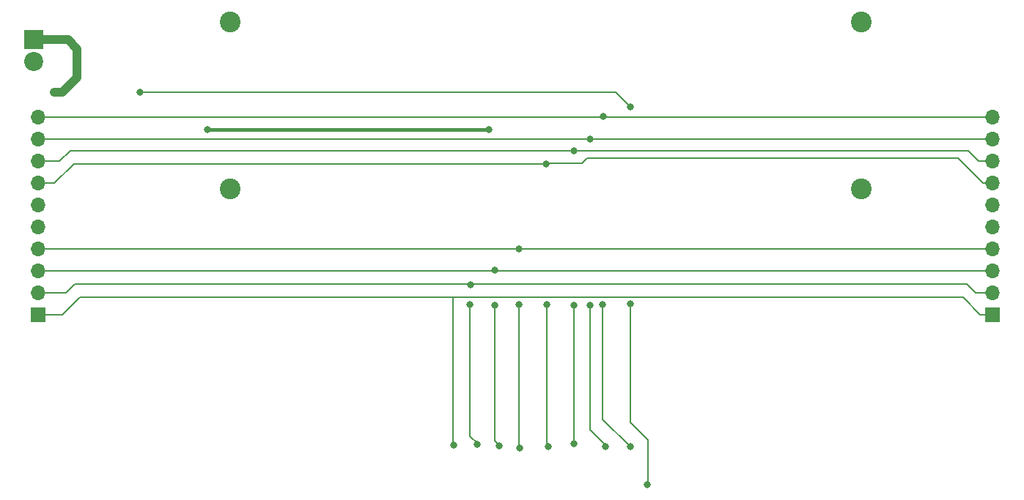
<source format=gbr>
%TF.GenerationSoftware,KiCad,Pcbnew,(7.0.0)*%
%TF.CreationDate,2023-03-03T13:32:30+01:00*%
%TF.ProjectId,Solar Cell offgrid Power,536f6c61-7220-4436-956c-6c206f666667,rev?*%
%TF.SameCoordinates,Original*%
%TF.FileFunction,Copper,L2,Bot*%
%TF.FilePolarity,Positive*%
%FSLAX46Y46*%
G04 Gerber Fmt 4.6, Leading zero omitted, Abs format (unit mm)*
G04 Created by KiCad (PCBNEW (7.0.0)) date 2023-03-03 13:32:30*
%MOMM*%
%LPD*%
G01*
G04 APERTURE LIST*
%TA.AperFunction,ComponentPad*%
%ADD10R,1.700000X1.700000*%
%TD*%
%TA.AperFunction,ComponentPad*%
%ADD11O,1.700000X1.700000*%
%TD*%
%TA.AperFunction,ComponentPad*%
%ADD12C,2.400000*%
%TD*%
%TA.AperFunction,ComponentPad*%
%ADD13R,2.200000X2.200000*%
%TD*%
%TA.AperFunction,ComponentPad*%
%ADD14C,2.200000*%
%TD*%
%TA.AperFunction,ViaPad*%
%ADD15C,0.800000*%
%TD*%
%TA.AperFunction,Conductor*%
%ADD16C,0.400000*%
%TD*%
%TA.AperFunction,Conductor*%
%ADD17C,0.150000*%
%TD*%
%TA.AperFunction,Conductor*%
%ADD18C,0.200000*%
%TD*%
%TA.AperFunction,Conductor*%
%ADD19C,1.000000*%
%TD*%
G04 APERTURE END LIST*
D10*
%TO.P,J2,1,Pin_1*%
%TO.N,Conn_track_1*%
X113289999Y-111149999D03*
D11*
%TO.P,J2,2,Pin_2*%
%TO.N,Conn_track_2*%
X113289999Y-108609999D03*
%TO.P,J2,3,Pin_3*%
%TO.N,Conn_track_3*%
X113289999Y-106069999D03*
%TO.P,J2,4,Pin_4*%
%TO.N,Conn_track_4*%
X113289999Y-103529999D03*
%TO.P,J2,5,Pin_5*%
%TO.N,PWR*%
X113289999Y-100989999D03*
%TO.P,J2,6,Pin_6*%
%TO.N,GND*%
X113289999Y-98449999D03*
%TO.P,J2,7,Pin_7*%
%TO.N,Conn_track_7*%
X113289999Y-95909999D03*
%TO.P,J2,8,Pin_8*%
%TO.N,Conn_track_8*%
X113289999Y-93369999D03*
%TO.P,J2,9,Pin_9*%
%TO.N,Conn_track_9*%
X113289999Y-90829999D03*
%TO.P,J2,10,Pin_10*%
%TO.N,Conn_track_10*%
X113289999Y-88289999D03*
%TD*%
D12*
%TO.P,BT2,1+*%
%TO.N,BAT+*%
X135460000Y-77270000D03*
%TO.P,BT2,1-*%
%TO.N,GND*%
X208360000Y-77270000D03*
%TO.P,BT2,2+*%
%TO.N,BAT+*%
X135460000Y-96570000D03*
%TO.P,BT2,2-*%
%TO.N,GND*%
X208360000Y-96570000D03*
%TD*%
D10*
%TO.P,J1,1,Pin_1*%
%TO.N,Conn_track_1*%
X223579999Y-111109999D03*
D11*
%TO.P,J1,2,Pin_2*%
%TO.N,Conn_track_2*%
X223579999Y-108569999D03*
%TO.P,J1,3,Pin_3*%
%TO.N,Conn_track_3*%
X223579999Y-106029999D03*
%TO.P,J1,4,Pin_4*%
%TO.N,Conn_track_4*%
X223579999Y-103489999D03*
%TO.P,J1,5,Pin_5*%
%TO.N,PWR*%
X223579999Y-100949999D03*
%TO.P,J1,6,Pin_6*%
%TO.N,GND*%
X223579999Y-98409999D03*
%TO.P,J1,7,Pin_7*%
%TO.N,Conn_track_7*%
X223579999Y-95869999D03*
%TO.P,J1,8,Pin_8*%
%TO.N,Conn_track_8*%
X223579999Y-93329999D03*
%TO.P,J1,9,Pin_9*%
%TO.N,Conn_track_9*%
X223579999Y-90789999D03*
%TO.P,J1,10,Pin_10*%
%TO.N,Conn_track_10*%
X223579999Y-88249999D03*
%TD*%
D13*
%TO.P,J3,1,Pin_1*%
%TO.N,GND*%
X112829999Y-79329999D03*
D14*
%TO.P,J3,2,Pin_2*%
%TO.N,PWR_HOME*%
X112830000Y-81870000D03*
%TD*%
D15*
%TO.N,Conn_track_10*%
X181720000Y-126330000D03*
%TO.N,Conn_track_9*%
X178850000Y-126340000D03*
%TO.N,Conn_track_8*%
X175220000Y-126070000D03*
%TO.N,Conn_track_7*%
X172250000Y-126360000D03*
%TO.N,Conn_track_4*%
X168910000Y-126520000D03*
%TO.N,Conn_track_3*%
X166560000Y-126250000D03*
%TO.N,Conn_track_2*%
X164010000Y-126150000D03*
%TO.N,Conn_track_1*%
X161340000Y-126200000D03*
%TO.N,BAT+*%
X183690000Y-130770000D03*
X181690000Y-109880000D03*
%TO.N,Conn_track_10*%
X178540000Y-109910000D03*
%TO.N,Conn_track_9*%
X177080000Y-110000000D03*
%TO.N,Conn_track_8*%
X175220000Y-109990000D03*
%TO.N,Conn_track_7*%
X172070000Y-109930000D03*
%TO.N,Conn_track_4*%
X168880000Y-109910000D03*
%TO.N,Conn_track_3*%
X166090000Y-110010000D03*
%TO.N,Conn_track_2*%
X163190000Y-109900000D03*
%TO.N,Net-(D1-A)*%
X165380000Y-89680000D03*
X132900000Y-89680000D03*
%TO.N,BAT+*%
X181720000Y-87070000D03*
X125090000Y-85385000D03*
%TO.N,Conn_track_8*%
X175230000Y-92150000D03*
%TO.N,GND*%
X115170000Y-85350000D03*
%TO.N,Conn_track_9*%
X177070000Y-90770000D03*
%TO.N,Conn_track_10*%
X178560000Y-88190000D03*
%TO.N,Conn_track_2*%
X163290000Y-107620000D03*
%TO.N,Conn_track_3*%
X166090000Y-105980000D03*
%TO.N,Conn_track_4*%
X168860000Y-103530000D03*
%TO.N,Conn_track_7*%
X172030000Y-93670000D03*
%TD*%
D16*
%TO.N,Net-(D1-A)*%
X132900000Y-89680000D02*
X165380000Y-89680000D01*
D17*
%TO.N,Conn_track_2*%
X163190000Y-125160000D02*
X164080000Y-126050000D01*
X163190000Y-109900000D02*
X163190000Y-125160000D01*
%TO.N,Conn_track_3*%
X166090000Y-110010000D02*
X166090000Y-125730000D01*
X166090000Y-125730000D02*
X166570000Y-126210000D01*
%TO.N,BAT+*%
X183780000Y-125640000D02*
X183780000Y-130680000D01*
X181690000Y-109880000D02*
X181690000Y-123550000D01*
X181690000Y-123550000D02*
X183780000Y-125640000D01*
%TO.N,Conn_track_10*%
X178540000Y-123230000D02*
X181620000Y-126310000D01*
X178540000Y-109910000D02*
X178540000Y-123230000D01*
%TO.N,Conn_track_9*%
X177080000Y-124460000D02*
X178980000Y-126360000D01*
X177080000Y-110000000D02*
X177080000Y-124460000D01*
%TO.N,Conn_track_8*%
X175220000Y-125990000D02*
X175310000Y-126080000D01*
X175220000Y-109990000D02*
X175220000Y-125990000D01*
%TO.N,Conn_track_7*%
X172070000Y-126210000D02*
X172250000Y-126390000D01*
X172070000Y-109930000D02*
X172070000Y-126210000D01*
%TO.N,Conn_track_4*%
X168880000Y-126520000D02*
X169060000Y-126700000D01*
X168880000Y-109910000D02*
X168880000Y-126520000D01*
D18*
%TO.N,BAT+*%
X180050000Y-85400000D02*
X125105000Y-85400000D01*
X181720000Y-87070000D02*
X180050000Y-85400000D01*
X125105000Y-85400000D02*
X125090000Y-85385000D01*
%TO.N,Conn_track_1*%
X161200000Y-126040000D02*
X161230000Y-126070000D01*
X161200000Y-109090000D02*
X161200000Y-126040000D01*
X161200000Y-109090000D02*
X118130000Y-109090000D01*
X220130000Y-109090000D02*
X161200000Y-109090000D01*
%TO.N,Conn_track_8*%
X117020000Y-92150000D02*
X115800000Y-93370000D01*
X221900000Y-93330000D02*
X220720000Y-92150000D01*
X220720000Y-92150000D02*
X117020000Y-92150000D01*
X115800000Y-93370000D02*
X113290000Y-93370000D01*
X223580000Y-93330000D02*
X221900000Y-93330000D01*
%TO.N,Conn_track_7*%
X115190000Y-95910000D02*
X113290000Y-95910000D01*
X172030000Y-93670000D02*
X117430000Y-93670000D01*
X117430000Y-93670000D02*
X115190000Y-95910000D01*
%TO.N,Conn_track_2*%
X116540000Y-108610000D02*
X113290000Y-108610000D01*
X117580000Y-107570000D02*
X116540000Y-108610000D01*
X163290000Y-107620000D02*
X163240000Y-107570000D01*
X163240000Y-107570000D02*
X117580000Y-107570000D01*
%TO.N,Conn_track_1*%
X116070000Y-111150000D02*
X113290000Y-111150000D01*
X118130000Y-109090000D02*
X116070000Y-111150000D01*
X222150000Y-111110000D02*
X220130000Y-109090000D01*
X223580000Y-111110000D02*
X222150000Y-111110000D01*
%TO.N,Conn_track_2*%
X163340000Y-107570000D02*
X163290000Y-107620000D01*
X220600000Y-107570000D02*
X163340000Y-107570000D01*
X221600000Y-108570000D02*
X220600000Y-107570000D01*
X223580000Y-108570000D02*
X221600000Y-108570000D01*
%TO.N,Conn_track_7*%
X222470000Y-95870000D02*
X223580000Y-95870000D01*
X176770000Y-92970000D02*
X219570000Y-92970000D01*
X219570000Y-92970000D02*
X222470000Y-95870000D01*
X176140000Y-93600000D02*
X176770000Y-92970000D01*
X172100000Y-93600000D02*
X176140000Y-93600000D01*
X172030000Y-93670000D02*
X172100000Y-93600000D01*
%TO.N,Conn_track_9*%
X223580000Y-90790000D02*
X177090000Y-90790000D01*
X177090000Y-90790000D02*
X177070000Y-90770000D01*
%TO.N,Conn_track_10*%
X223580000Y-88250000D02*
X113330000Y-88250000D01*
X113330000Y-88250000D02*
X113290000Y-88290000D01*
D19*
%TO.N,GND*%
X115170000Y-85350000D02*
X116150000Y-85350000D01*
X117840000Y-83660000D02*
X117840000Y-80400000D01*
X116150000Y-85350000D02*
X117840000Y-83660000D01*
X117840000Y-80400000D02*
X116770000Y-79330000D01*
X116770000Y-79330000D02*
X112830000Y-79330000D01*
D18*
%TO.N,Conn_track_9*%
X177050000Y-90790000D02*
X113330000Y-90790000D01*
X113330000Y-90790000D02*
X113290000Y-90830000D01*
X177070000Y-90770000D02*
X177050000Y-90790000D01*
%TO.N,Conn_track_3*%
X223580000Y-106030000D02*
X166140000Y-106030000D01*
X166140000Y-106030000D02*
X166090000Y-105980000D01*
X166090000Y-105980000D02*
X166040000Y-106030000D01*
X166040000Y-106030000D02*
X113330000Y-106030000D01*
X113330000Y-106030000D02*
X113290000Y-106070000D01*
%TO.N,Conn_track_4*%
X223580000Y-103490000D02*
X169370000Y-103490000D01*
X169370000Y-103490000D02*
X113330000Y-103490000D01*
X113330000Y-103490000D02*
X113290000Y-103530000D01*
%TD*%
M02*

</source>
